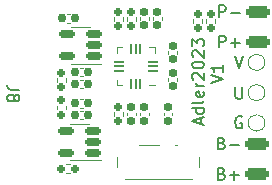
<source format=gto>
%TF.GenerationSoftware,KiCad,Pcbnew,(6.0.9)*%
%TF.CreationDate,2023-06-25T00:46:12+02:00*%
%TF.ProjectId,keyring_beerclock,6b657972-696e-4675-9f62-656572636c6f,rev?*%
%TF.SameCoordinates,Original*%
%TF.FileFunction,Legend,Top*%
%TF.FilePolarity,Positive*%
%FSLAX46Y46*%
G04 Gerber Fmt 4.6, Leading zero omitted, Abs format (unit mm)*
G04 Created by KiCad (PCBNEW (6.0.9)) date 2023-06-25 00:46:12*
%MOMM*%
%LPD*%
G01*
G04 APERTURE LIST*
G04 Aperture macros list*
%AMRoundRect*
0 Rectangle with rounded corners*
0 $1 Rounding radius*
0 $2 $3 $4 $5 $6 $7 $8 $9 X,Y pos of 4 corners*
0 Add a 4 corners polygon primitive as box body*
4,1,4,$2,$3,$4,$5,$6,$7,$8,$9,$2,$3,0*
0 Add four circle primitives for the rounded corners*
1,1,$1+$1,$2,$3*
1,1,$1+$1,$4,$5*
1,1,$1+$1,$6,$7*
1,1,$1+$1,$8,$9*
0 Add four rect primitives between the rounded corners*
20,1,$1+$1,$2,$3,$4,$5,0*
20,1,$1+$1,$4,$5,$6,$7,0*
20,1,$1+$1,$6,$7,$8,$9,0*
20,1,$1+$1,$8,$9,$2,$3,0*%
%AMFreePoly0*
4,1,14,0.334644,0.085355,0.385355,0.034644,0.400000,-0.000711,0.400000,-0.050000,0.385355,-0.085355,0.350000,-0.100000,-0.350000,-0.100000,-0.385355,-0.085355,-0.400000,-0.050000,-0.400000,0.050000,-0.385355,0.085355,-0.350000,0.100000,0.299289,0.100000,0.334644,0.085355,0.334644,0.085355,$1*%
%AMFreePoly1*
4,1,14,0.385355,0.085355,0.400000,0.050000,0.400000,0.000711,0.385355,-0.034644,0.334644,-0.085355,0.299289,-0.100000,-0.350000,-0.100000,-0.385355,-0.085355,-0.400000,-0.050000,-0.400000,0.050000,-0.385355,0.085355,-0.350000,0.100000,0.350000,0.100000,0.385355,0.085355,0.385355,0.085355,$1*%
%AMFreePoly2*
4,1,14,0.085355,0.385355,0.100000,0.350000,0.100000,-0.350000,0.085355,-0.385355,0.050000,-0.400000,-0.050000,-0.400000,-0.085355,-0.385355,-0.100000,-0.350000,-0.100000,0.299289,-0.085355,0.334644,-0.034644,0.385355,0.000711,0.400000,0.050000,0.400000,0.085355,0.385355,0.085355,0.385355,$1*%
%AMFreePoly3*
4,1,14,0.034644,0.385355,0.085355,0.334644,0.100000,0.299289,0.100000,-0.350000,0.085355,-0.385355,0.050000,-0.400000,-0.050000,-0.400000,-0.085355,-0.385355,-0.100000,-0.350000,-0.100000,0.350000,-0.085355,0.385355,-0.050000,0.400000,-0.000711,0.400000,0.034644,0.385355,0.034644,0.385355,$1*%
%AMFreePoly4*
4,1,14,0.385355,0.085355,0.400000,0.050000,0.400000,-0.050000,0.385355,-0.085355,0.350000,-0.100000,-0.299289,-0.100000,-0.334644,-0.085355,-0.385355,-0.034644,-0.400000,0.000711,-0.400000,0.050000,-0.385355,0.085355,-0.350000,0.100000,0.350000,0.100000,0.385355,0.085355,0.385355,0.085355,$1*%
%AMFreePoly5*
4,1,14,0.385355,0.085355,0.400000,0.050000,0.400000,-0.050000,0.385355,-0.085355,0.350000,-0.100000,-0.350000,-0.100000,-0.385355,-0.085355,-0.400000,-0.050000,-0.400000,-0.000711,-0.385355,0.034644,-0.334644,0.085355,-0.299289,0.100000,0.350000,0.100000,0.385355,0.085355,0.385355,0.085355,$1*%
%AMFreePoly6*
4,1,14,0.085355,0.385355,0.100000,0.350000,0.100000,-0.299289,0.085355,-0.334644,0.034644,-0.385355,-0.000711,-0.400000,-0.050000,-0.400000,-0.085355,-0.385355,-0.100000,-0.350000,-0.100000,0.350000,-0.085355,0.385355,-0.050000,0.400000,0.050000,0.400000,0.085355,0.385355,0.085355,0.385355,$1*%
%AMFreePoly7*
4,1,14,0.085355,0.385355,0.100000,0.350000,0.100000,-0.350000,0.085355,-0.385355,0.050000,-0.400000,0.000711,-0.400000,-0.034644,-0.385355,-0.085355,-0.334644,-0.100000,-0.299289,-0.100000,0.350000,-0.085355,0.385355,-0.050000,0.400000,0.050000,0.400000,0.085355,0.385355,0.085355,0.385355,$1*%
G04 Aperture macros list end*
%ADD10C,0.150000*%
%ADD11C,0.120000*%
%ADD12RoundRect,0.250000X0.750000X-0.250000X0.750000X0.250000X-0.750000X0.250000X-0.750000X-0.250000X0*%
%ADD13C,1.000000*%
%ADD14R,1.000000X0.800000*%
%ADD15C,0.900000*%
%ADD16R,0.700000X1.500000*%
%ADD17RoundRect,0.150000X0.512500X0.150000X-0.512500X0.150000X-0.512500X-0.150000X0.512500X-0.150000X0*%
%ADD18RoundRect,0.155000X0.155000X-0.212500X0.155000X0.212500X-0.155000X0.212500X-0.155000X-0.212500X0*%
%ADD19FreePoly0,180.000000*%
%ADD20RoundRect,0.050000X0.350000X0.050000X-0.350000X0.050000X-0.350000X-0.050000X0.350000X-0.050000X0*%
%ADD21FreePoly1,180.000000*%
%ADD22FreePoly2,180.000000*%
%ADD23RoundRect,0.050000X0.050000X0.350000X-0.050000X0.350000X-0.050000X-0.350000X0.050000X-0.350000X0*%
%ADD24FreePoly3,180.000000*%
%ADD25FreePoly4,180.000000*%
%ADD26FreePoly5,180.000000*%
%ADD27FreePoly6,180.000000*%
%ADD28FreePoly7,180.000000*%
%ADD29R,1.700000X1.700000*%
%ADD30RoundRect,0.155000X-0.212500X-0.155000X0.212500X-0.155000X0.212500X0.155000X-0.212500X0.155000X0*%
%ADD31RoundRect,0.160000X0.160000X-0.197500X0.160000X0.197500X-0.160000X0.197500X-0.160000X-0.197500X0*%
%ADD32RoundRect,0.160000X-0.160000X0.197500X-0.160000X-0.197500X0.160000X-0.197500X0.160000X0.197500X0*%
%ADD33RoundRect,0.155000X0.212500X0.155000X-0.212500X0.155000X-0.212500X-0.155000X0.212500X-0.155000X0*%
%ADD34RoundRect,0.160000X-0.197500X-0.160000X0.197500X-0.160000X0.197500X0.160000X-0.197500X0.160000X0*%
%ADD35RoundRect,0.155000X-0.155000X0.212500X-0.155000X-0.212500X0.155000X-0.212500X0.155000X0.212500X0*%
%ADD36C,0.650000*%
%ADD37R,1.150000X0.600000*%
%ADD38R,1.150000X0.300000*%
%ADD39R,2.000000X2.180000*%
G04 APERTURE END LIST*
D10*
X149352380Y-74109523D02*
X150352380Y-73776190D01*
X149352380Y-73442857D01*
X150352380Y-72585714D02*
X150352380Y-73157142D01*
X150352380Y-72871428D02*
X149352380Y-72871428D01*
X149495238Y-72966666D01*
X149590476Y-73061904D01*
X149638095Y-73157142D01*
X148466666Y-77595238D02*
X148466666Y-77119047D01*
X148752380Y-77690476D02*
X147752380Y-77357142D01*
X148752380Y-77023809D01*
X148752380Y-76261904D02*
X147752380Y-76261904D01*
X148704761Y-76261904D02*
X148752380Y-76357142D01*
X148752380Y-76547619D01*
X148704761Y-76642857D01*
X148657142Y-76690476D01*
X148561904Y-76738095D01*
X148276190Y-76738095D01*
X148180952Y-76690476D01*
X148133333Y-76642857D01*
X148085714Y-76547619D01*
X148085714Y-76357142D01*
X148133333Y-76261904D01*
X148752380Y-75642857D02*
X148704761Y-75738095D01*
X148609523Y-75785714D01*
X147752380Y-75785714D01*
X148704761Y-74880952D02*
X148752380Y-74976190D01*
X148752380Y-75166666D01*
X148704761Y-75261904D01*
X148609523Y-75309523D01*
X148228571Y-75309523D01*
X148133333Y-75261904D01*
X148085714Y-75166666D01*
X148085714Y-74976190D01*
X148133333Y-74880952D01*
X148228571Y-74833333D01*
X148323809Y-74833333D01*
X148419047Y-75309523D01*
X148752380Y-74404761D02*
X148085714Y-74404761D01*
X148276190Y-74404761D02*
X148180952Y-74357142D01*
X148133333Y-74309523D01*
X148085714Y-74214285D01*
X148085714Y-74119047D01*
X147847619Y-73833333D02*
X147800000Y-73785714D01*
X147752380Y-73690476D01*
X147752380Y-73452380D01*
X147800000Y-73357142D01*
X147847619Y-73309523D01*
X147942857Y-73261904D01*
X148038095Y-73261904D01*
X148180952Y-73309523D01*
X148752380Y-73880952D01*
X148752380Y-73261904D01*
X147752380Y-72642857D02*
X147752380Y-72547619D01*
X147800000Y-72452380D01*
X147847619Y-72404761D01*
X147942857Y-72357142D01*
X148133333Y-72309523D01*
X148371428Y-72309523D01*
X148561904Y-72357142D01*
X148657142Y-72404761D01*
X148704761Y-72452380D01*
X148752380Y-72547619D01*
X148752380Y-72642857D01*
X148704761Y-72738095D01*
X148657142Y-72785714D01*
X148561904Y-72833333D01*
X148371428Y-72880952D01*
X148133333Y-72880952D01*
X147942857Y-72833333D01*
X147847619Y-72785714D01*
X147800000Y-72738095D01*
X147752380Y-72642857D01*
X147847619Y-71928571D02*
X147800000Y-71880952D01*
X147752380Y-71785714D01*
X147752380Y-71547619D01*
X147800000Y-71452380D01*
X147847619Y-71404761D01*
X147942857Y-71357142D01*
X148038095Y-71357142D01*
X148180952Y-71404761D01*
X148752380Y-71976190D01*
X148752380Y-71357142D01*
X147752380Y-71023809D02*
X147752380Y-70404761D01*
X148133333Y-70738095D01*
X148133333Y-70595238D01*
X148180952Y-70500000D01*
X148228571Y-70452380D01*
X148323809Y-70404761D01*
X148561904Y-70404761D01*
X148657142Y-70452380D01*
X148704761Y-70500000D01*
X148752380Y-70595238D01*
X148752380Y-70880952D01*
X148704761Y-70976190D01*
X148657142Y-71023809D01*
X150252380Y-79228571D02*
X150395238Y-79276190D01*
X150442857Y-79323809D01*
X150490476Y-79419047D01*
X150490476Y-79561904D01*
X150442857Y-79657142D01*
X150395238Y-79704761D01*
X150300000Y-79752380D01*
X149919047Y-79752380D01*
X149919047Y-78752380D01*
X150252380Y-78752380D01*
X150347619Y-78800000D01*
X150395238Y-78847619D01*
X150442857Y-78942857D01*
X150442857Y-79038095D01*
X150395238Y-79133333D01*
X150347619Y-79180952D01*
X150252380Y-79228571D01*
X149919047Y-79228571D01*
X150919047Y-79371428D02*
X151680952Y-79371428D01*
X150252380Y-81788571D02*
X150395238Y-81836190D01*
X150442857Y-81883809D01*
X150490476Y-81979047D01*
X150490476Y-82121904D01*
X150442857Y-82217142D01*
X150395238Y-82264761D01*
X150300000Y-82312380D01*
X149919047Y-82312380D01*
X149919047Y-81312380D01*
X150252380Y-81312380D01*
X150347619Y-81360000D01*
X150395238Y-81407619D01*
X150442857Y-81502857D01*
X150442857Y-81598095D01*
X150395238Y-81693333D01*
X150347619Y-81740952D01*
X150252380Y-81788571D01*
X149919047Y-81788571D01*
X150919047Y-81931428D02*
X151680952Y-81931428D01*
X151300000Y-82312380D02*
X151300000Y-81550476D01*
X150019047Y-71112380D02*
X150019047Y-70112380D01*
X150400000Y-70112380D01*
X150495238Y-70160000D01*
X150542857Y-70207619D01*
X150590476Y-70302857D01*
X150590476Y-70445714D01*
X150542857Y-70540952D01*
X150495238Y-70588571D01*
X150400000Y-70636190D01*
X150019047Y-70636190D01*
X151019047Y-70731428D02*
X151780952Y-70731428D01*
X151400000Y-71112380D02*
X151400000Y-70350476D01*
X150019047Y-68552380D02*
X150019047Y-67552380D01*
X150400000Y-67552380D01*
X150495238Y-67600000D01*
X150542857Y-67647619D01*
X150590476Y-67742857D01*
X150590476Y-67885714D01*
X150542857Y-67980952D01*
X150495238Y-68028571D01*
X150400000Y-68076190D01*
X150019047Y-68076190D01*
X151019047Y-68171428D02*
X151780952Y-68171428D01*
X151366667Y-71837141D02*
X151700001Y-72837141D01*
X152033334Y-71837141D01*
X151961905Y-77004761D02*
X151866667Y-76957141D01*
X151723810Y-76957141D01*
X151580953Y-77004761D01*
X151485715Y-77099999D01*
X151438096Y-77195237D01*
X151390477Y-77385713D01*
X151390477Y-77528570D01*
X151438096Y-77719046D01*
X151485715Y-77814284D01*
X151580953Y-77909522D01*
X151723810Y-77957141D01*
X151819048Y-77957141D01*
X151961905Y-77909522D01*
X152009524Y-77861903D01*
X152009524Y-77528570D01*
X151819048Y-77528570D01*
X151414286Y-74457141D02*
X151414286Y-75266665D01*
X151461905Y-75361903D01*
X151509524Y-75409522D01*
X151604762Y-75457141D01*
X151795239Y-75457141D01*
X151890477Y-75409522D01*
X151938096Y-75361903D01*
X151985715Y-75266665D01*
X151985715Y-74457141D01*
%TO.C,J8*%
X133102619Y-74686666D02*
X132388333Y-74686666D01*
X132245476Y-74639047D01*
X132150238Y-74543809D01*
X132102619Y-74400952D01*
X132102619Y-74305714D01*
X132674047Y-75305714D02*
X132721666Y-75210476D01*
X132769285Y-75162857D01*
X132864523Y-75115238D01*
X132912142Y-75115238D01*
X133007380Y-75162857D01*
X133055000Y-75210476D01*
X133102619Y-75305714D01*
X133102619Y-75496190D01*
X133055000Y-75591428D01*
X133007380Y-75639047D01*
X132912142Y-75686666D01*
X132864523Y-75686666D01*
X132769285Y-75639047D01*
X132721666Y-75591428D01*
X132674047Y-75496190D01*
X132674047Y-75305714D01*
X132626428Y-75210476D01*
X132578809Y-75162857D01*
X132483571Y-75115238D01*
X132293095Y-75115238D01*
X132197857Y-75162857D01*
X132150238Y-75210476D01*
X132102619Y-75305714D01*
X132102619Y-75496190D01*
X132150238Y-75591428D01*
X132197857Y-75639047D01*
X132293095Y-75686666D01*
X132483571Y-75686666D01*
X132578809Y-75639047D01*
X132626428Y-75591428D01*
X132674047Y-75496190D01*
D11*
%TO.C,J5*%
X153900001Y-77504761D02*
G75*
G03*
X153900001Y-77504761I-700000J0D01*
G01*
%TO.C,J4*%
X153900001Y-74944761D02*
G75*
G03*
X153900001Y-74944761I-700000J0D01*
G01*
%TO.C,J3*%
X153900001Y-72384761D02*
G75*
G03*
X153900001Y-72384761I-700000J0D01*
G01*
%TO.C,SW1*%
X146270000Y-79380000D02*
X146470000Y-79380000D01*
X142020000Y-82230000D02*
X147720000Y-82230000D01*
X148320000Y-81220000D02*
X148320000Y-80430000D01*
X143270000Y-79380000D02*
X144970000Y-79380000D01*
X141420000Y-80430000D02*
X141420000Y-81220000D01*
%TO.C,U3*%
X138260000Y-72480000D02*
X140060000Y-72480000D01*
X138260000Y-69360000D02*
X139060000Y-69360000D01*
X138260000Y-69360000D02*
X137460000Y-69360000D01*
X138260000Y-72480000D02*
X137460000Y-72480000D01*
%TO.C,C12*%
X145725000Y-71640835D02*
X145725000Y-71409165D01*
X146445000Y-71640835D02*
X146445000Y-71409165D01*
%TO.C,C5*%
X144060000Y-68786310D02*
X144060000Y-68554640D01*
X143340000Y-68786310D02*
X143340000Y-68554640D01*
%TO.C,U4*%
X141810000Y-71110000D02*
X141360000Y-71110000D01*
X141360000Y-74330000D02*
X141360000Y-73880000D01*
X141360000Y-71110000D02*
X141360000Y-71560000D01*
X144580000Y-71110000D02*
X144580000Y-71560000D01*
X144130000Y-71110000D02*
X144580000Y-71110000D01*
X144130000Y-74330000D02*
X144580000Y-74330000D01*
X141810000Y-74330000D02*
X141360000Y-74330000D01*
%TO.C,C8*%
X137154165Y-69020000D02*
X137385835Y-69020000D01*
X137154165Y-68300000D02*
X137385835Y-68300000D01*
%TO.C,C2*%
X144060000Y-76872975D02*
X144060000Y-76641305D01*
X143340000Y-76872975D02*
X143340000Y-76641305D01*
%TO.C,R3*%
X141880000Y-76924761D02*
X141880000Y-76589519D01*
X141120000Y-76924761D02*
X141120000Y-76589519D01*
%TO.C,C6*%
X145160000Y-68786310D02*
X145160000Y-68554640D01*
X144440000Y-68786310D02*
X144440000Y-68554640D01*
%TO.C,R10*%
X137050000Y-76032379D02*
X137050000Y-76367621D01*
X136290000Y-76032379D02*
X136290000Y-76367621D01*
%TO.C,C4*%
X138475835Y-77200000D02*
X138244165Y-77200000D01*
X138475835Y-76480000D02*
X138244165Y-76480000D01*
%TO.C,R4*%
X141880000Y-68502854D02*
X141880000Y-68838096D01*
X141120000Y-68502854D02*
X141120000Y-68838096D01*
%TO.C,R11*%
X136290000Y-74007621D02*
X136290000Y-73672379D01*
X137050000Y-74007621D02*
X137050000Y-73672379D01*
%TO.C,U2*%
X138215000Y-80680000D02*
X140015000Y-80680000D01*
X138215000Y-77560000D02*
X137415000Y-77560000D01*
X138215000Y-80680000D02*
X137415000Y-80680000D01*
X138215000Y-77560000D02*
X139015000Y-77560000D01*
%TO.C,C10*%
X138475835Y-72840000D02*
X138244165Y-72840000D01*
X138475835Y-73560000D02*
X138244165Y-73560000D01*
%TO.C,R1*%
X137102379Y-81010000D02*
X137437621Y-81010000D01*
X137102379Y-81770000D02*
X137437621Y-81770000D01*
%TO.C,C1*%
X145340000Y-76872975D02*
X145340000Y-76641305D01*
X146060000Y-76872975D02*
X146060000Y-76641305D01*
%TO.C,C7*%
X138475835Y-75480000D02*
X138244165Y-75480000D01*
X138475835Y-76200000D02*
X138244165Y-76200000D01*
%TO.C,R8*%
X147830000Y-69047621D02*
X147830000Y-68712379D01*
X148590000Y-69047621D02*
X148590000Y-68712379D01*
%TO.C,C9*%
X142960000Y-76641305D02*
X142960000Y-76872975D01*
X142240000Y-76641305D02*
X142240000Y-76872975D01*
%TO.C,C11*%
X146445000Y-73709165D02*
X146445000Y-73940835D01*
X145725000Y-73709165D02*
X145725000Y-73940835D01*
%TO.C,R2*%
X142980000Y-68838096D02*
X142980000Y-68502854D01*
X142220000Y-68838096D02*
X142220000Y-68502854D01*
%TO.C,C3*%
X138475835Y-74560000D02*
X138244165Y-74560000D01*
X138475835Y-73840000D02*
X138244165Y-73840000D01*
%TO.C,R9*%
X148950000Y-68712379D02*
X148950000Y-69047621D01*
X149710000Y-68712379D02*
X149710000Y-69047621D01*
%TD*%
%LPC*%
D12*
%TO.C,J7*%
X153300000Y-68100000D03*
%TD*%
%TO.C,J6*%
X153300000Y-70660000D03*
%TD*%
D13*
%TO.C,J5*%
X153200001Y-77504761D03*
%TD*%
%TO.C,J4*%
X153200001Y-74944761D03*
%TD*%
%TO.C,J3*%
X153200001Y-72384761D03*
%TD*%
D12*
%TO.C,J2*%
X153200000Y-79300000D03*
%TD*%
%TO.C,J1*%
X153200000Y-81860000D03*
%TD*%
D14*
%TO.C,SW1*%
X148520000Y-79720000D03*
X148520000Y-81930000D03*
D15*
X143370000Y-80830000D03*
D14*
X141220000Y-79720000D03*
X141220000Y-81930000D03*
D15*
X146370000Y-80830000D03*
D16*
X142620000Y-79070000D03*
X145620000Y-79070000D03*
X147120000Y-79070000D03*
%TD*%
D17*
%TO.C,U3*%
X139397500Y-71870000D03*
X139397500Y-70920000D03*
X139397500Y-69970000D03*
X137122500Y-69970000D03*
X137122500Y-71870000D03*
%TD*%
D18*
%TO.C,C12*%
X146085000Y-72092500D03*
X146085000Y-70957500D03*
%TD*%
%TO.C,C5*%
X143700000Y-68102975D03*
X143700000Y-69237975D03*
%TD*%
D19*
%TO.C,U4*%
X144420000Y-73520000D03*
D20*
X144420000Y-73120000D03*
X144420000Y-72720000D03*
X144420000Y-72320000D03*
D21*
X144420000Y-71920000D03*
D22*
X143770000Y-71270000D03*
D23*
X143370000Y-71270000D03*
X142970000Y-71270000D03*
X142570000Y-71270000D03*
D24*
X142170000Y-71270000D03*
D25*
X141520000Y-71920000D03*
D20*
X141520000Y-72320000D03*
X141520000Y-72720000D03*
X141520000Y-73120000D03*
D26*
X141520000Y-73520000D03*
D27*
X142170000Y-74170000D03*
D23*
X142570000Y-74170000D03*
X142970000Y-74170000D03*
X143370000Y-74170000D03*
D28*
X143770000Y-74170000D03*
D29*
X142970000Y-72720000D03*
%TD*%
D30*
%TO.C,C8*%
X136702500Y-68660000D03*
X137837500Y-68660000D03*
%TD*%
D18*
%TO.C,C2*%
X143700000Y-76189640D03*
X143700000Y-77324640D03*
%TD*%
D31*
%TO.C,R3*%
X141500000Y-76159640D03*
X141500000Y-77354640D03*
%TD*%
D18*
%TO.C,C6*%
X144800000Y-69237975D03*
X144800000Y-68102975D03*
%TD*%
D32*
%TO.C,R10*%
X136670000Y-75602500D03*
X136670000Y-76797500D03*
%TD*%
D33*
%TO.C,C4*%
X138927500Y-76840000D03*
X137792500Y-76840000D03*
%TD*%
D32*
%TO.C,R4*%
X141500000Y-68072975D03*
X141500000Y-69267975D03*
%TD*%
D31*
%TO.C,R11*%
X136670000Y-73242500D03*
X136670000Y-74437500D03*
%TD*%
D17*
%TO.C,U2*%
X139352500Y-80070000D03*
X139352500Y-79120000D03*
X139352500Y-78170000D03*
X137077500Y-78170000D03*
X137077500Y-80070000D03*
%TD*%
D33*
%TO.C,C10*%
X137792500Y-73200000D03*
X138927500Y-73200000D03*
%TD*%
D34*
%TO.C,R1*%
X136672500Y-81390000D03*
X137867500Y-81390000D03*
%TD*%
D18*
%TO.C,C1*%
X145700000Y-77324640D03*
X145700000Y-76189640D03*
%TD*%
D33*
%TO.C,C7*%
X137792500Y-75840000D03*
X138927500Y-75840000D03*
%TD*%
D31*
%TO.C,R8*%
X148210000Y-69477500D03*
X148210000Y-68282500D03*
%TD*%
D35*
%TO.C,C9*%
X142600000Y-77324640D03*
X142600000Y-76189640D03*
%TD*%
%TO.C,C11*%
X146085000Y-73257500D03*
X146085000Y-74392500D03*
%TD*%
D36*
%TO.C,J8*%
X134105000Y-77910000D03*
X134105000Y-72130000D03*
D37*
X135175000Y-71820000D03*
X135175000Y-78220000D03*
X135175000Y-72620000D03*
X135175000Y-77420000D03*
D38*
X135175000Y-73770000D03*
X135175000Y-74770000D03*
X135175000Y-75270000D03*
X135175000Y-76270000D03*
X135175000Y-76770000D03*
X135175000Y-75770000D03*
X135175000Y-74270000D03*
X135175000Y-73270000D03*
D39*
X130705000Y-80130000D03*
X130705000Y-69910000D03*
X134605000Y-80130000D03*
X134605000Y-69910000D03*
%TD*%
D31*
%TO.C,R2*%
X142600000Y-68072975D03*
X142600000Y-69267975D03*
%TD*%
D33*
%TO.C,C3*%
X138927500Y-74200000D03*
X137792500Y-74200000D03*
%TD*%
D32*
%TO.C,R9*%
X149330000Y-68282500D03*
X149330000Y-69477500D03*
%TD*%
M02*

</source>
